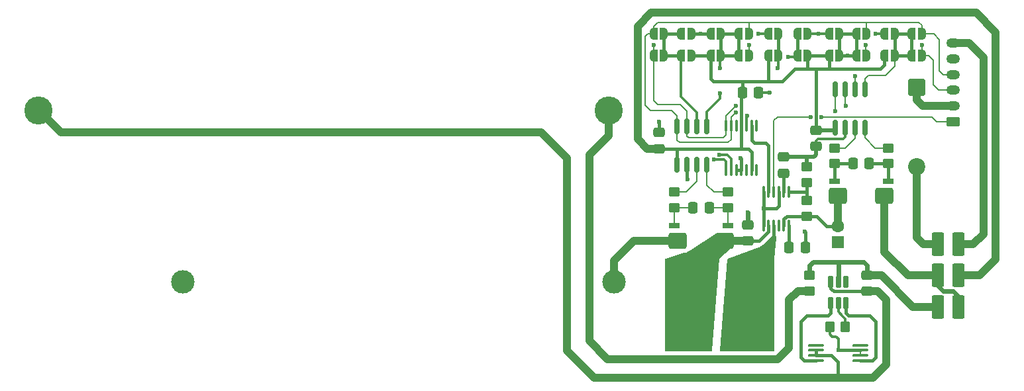
<source format=gbr>
%TF.GenerationSoftware,KiCad,Pcbnew,9.0.3*%
%TF.CreationDate,2025-08-05T15:46:52-07:00*%
%TF.ProjectId,Joule Thief,4a6f756c-6520-4546-9869-65662e6b6963,R1*%
%TF.SameCoordinates,Original*%
%TF.FileFunction,Copper,L1,Top*%
%TF.FilePolarity,Positive*%
%FSLAX46Y46*%
G04 Gerber Fmt 4.6, Leading zero omitted, Abs format (unit mm)*
G04 Created by KiCad (PCBNEW 9.0.3) date 2025-08-05 15:46:52*
%MOMM*%
%LPD*%
G01*
G04 APERTURE LIST*
G04 Aperture macros list*
%AMRoundRect*
0 Rectangle with rounded corners*
0 $1 Rounding radius*
0 $2 $3 $4 $5 $6 $7 $8 $9 X,Y pos of 4 corners*
0 Add a 4 corners polygon primitive as box body*
4,1,4,$2,$3,$4,$5,$6,$7,$8,$9,$2,$3,0*
0 Add four circle primitives for the rounded corners*
1,1,$1+$1,$2,$3*
1,1,$1+$1,$4,$5*
1,1,$1+$1,$6,$7*
1,1,$1+$1,$8,$9*
0 Add four rect primitives between the rounded corners*
20,1,$1+$1,$2,$3,$4,$5,0*
20,1,$1+$1,$4,$5,$6,$7,0*
20,1,$1+$1,$6,$7,$8,$9,0*
20,1,$1+$1,$8,$9,$2,$3,0*%
%AMFreePoly0*
4,1,23,0.500000,-0.750000,0.000000,-0.750000,0.000000,-0.745722,-0.065263,-0.745722,-0.191342,-0.711940,-0.304381,-0.646677,-0.396677,-0.554381,-0.461940,-0.441342,-0.495722,-0.315263,-0.495722,-0.250000,-0.500000,-0.250000,-0.500000,0.250000,-0.495722,0.250000,-0.495722,0.315263,-0.461940,0.441342,-0.396677,0.554381,-0.304381,0.646677,-0.191342,0.711940,-0.065263,0.745722,0.000000,0.745722,
0.000000,0.750000,0.500000,0.750000,0.500000,-0.750000,0.500000,-0.750000,$1*%
%AMFreePoly1*
4,1,23,0.000000,0.745722,0.065263,0.745722,0.191342,0.711940,0.304381,0.646677,0.396677,0.554381,0.461940,0.441342,0.495722,0.315263,0.495722,0.250000,0.500000,0.250000,0.500000,-0.250000,0.495722,-0.250000,0.495722,-0.315263,0.461940,-0.441342,0.396677,-0.554381,0.304381,-0.646677,0.191342,-0.711940,0.065263,-0.745722,0.000000,-0.745722,0.000000,-0.750000,-0.500000,-0.750000,
-0.500000,0.750000,0.000000,0.750000,0.000000,0.745722,0.000000,0.745722,$1*%
G04 Aperture macros list end*
%TA.AperFunction,SMDPad,CuDef*%
%ADD10RoundRect,0.100000X-0.900000X-0.100000X0.900000X-0.100000X0.900000X0.100000X-0.900000X0.100000X0*%
%TD*%
%TA.AperFunction,ComponentPad*%
%ADD11RoundRect,0.285714X0.514286X-1.214286X0.514286X1.214286X-0.514286X1.214286X-0.514286X-1.214286X0*%
%TD*%
%TA.AperFunction,SMDPad,CuDef*%
%ADD12RoundRect,0.243600X0.901400X0.771400X-0.901400X0.771400X-0.901400X-0.771400X0.901400X-0.771400X0*%
%TD*%
%TA.AperFunction,SMDPad,CuDef*%
%ADD13RoundRect,0.091200X0.608800X0.288800X-0.608800X0.288800X-0.608800X-0.288800X0.608800X-0.288800X0*%
%TD*%
%TA.AperFunction,SMDPad,CuDef*%
%ADD14RoundRect,0.190000X0.510000X0.190000X-0.510000X0.190000X-0.510000X-0.190000X0.510000X-0.190000X0*%
%TD*%
%TA.AperFunction,ComponentPad*%
%ADD15C,3.600000*%
%TD*%
%TA.AperFunction,SMDPad,CuDef*%
%ADD16RoundRect,0.525000X1.475000X-1.225000X1.475000X1.225000X-1.475000X1.225000X-1.475000X-1.225000X0*%
%TD*%
%TA.AperFunction,ComponentPad*%
%ADD17C,3.000000*%
%TD*%
%TA.AperFunction,SMDPad,CuDef*%
%ADD18RoundRect,0.250000X-0.450000X0.350000X-0.450000X-0.350000X0.450000X-0.350000X0.450000X0.350000X0*%
%TD*%
%TA.AperFunction,SMDPad,CuDef*%
%ADD19RoundRect,0.100000X-0.100000X0.637500X-0.100000X-0.637500X0.100000X-0.637500X0.100000X0.637500X0*%
%TD*%
%TA.AperFunction,SMDPad,CuDef*%
%ADD20RoundRect,0.100000X-0.100000X0.625000X-0.100000X-0.625000X0.100000X-0.625000X0.100000X0.625000X0*%
%TD*%
%TA.AperFunction,SMDPad,CuDef*%
%ADD21FreePoly0,180.000000*%
%TD*%
%TA.AperFunction,SMDPad,CuDef*%
%ADD22FreePoly1,180.000000*%
%TD*%
%TA.AperFunction,SMDPad,CuDef*%
%ADD23RoundRect,0.250000X0.450000X-0.350000X0.450000X0.350000X-0.450000X0.350000X-0.450000X-0.350000X0*%
%TD*%
%TA.AperFunction,SMDPad,CuDef*%
%ADD24RoundRect,0.150000X-0.150000X0.825000X-0.150000X-0.825000X0.150000X-0.825000X0.150000X0.825000X0*%
%TD*%
%TA.AperFunction,SMDPad,CuDef*%
%ADD25RoundRect,0.250000X-0.337500X-0.475000X0.337500X-0.475000X0.337500X0.475000X-0.337500X0.475000X0*%
%TD*%
%TA.AperFunction,SMDPad,CuDef*%
%ADD26RoundRect,0.250000X0.475000X-0.337500X0.475000X0.337500X-0.475000X0.337500X-0.475000X-0.337500X0*%
%TD*%
%TA.AperFunction,SMDPad,CuDef*%
%ADD27FreePoly0,0.000000*%
%TD*%
%TA.AperFunction,SMDPad,CuDef*%
%ADD28FreePoly1,0.000000*%
%TD*%
%TA.AperFunction,SMDPad,CuDef*%
%ADD29RoundRect,0.250000X-0.475000X0.337500X-0.475000X-0.337500X0.475000X-0.337500X0.475000X0.337500X0*%
%TD*%
%TA.AperFunction,ComponentPad*%
%ADD30RoundRect,0.250000X0.625000X-0.350000X0.625000X0.350000X-0.625000X0.350000X-0.625000X-0.350000X0*%
%TD*%
%TA.AperFunction,ComponentPad*%
%ADD31O,1.750000X1.200000*%
%TD*%
%TA.AperFunction,SMDPad,CuDef*%
%ADD32RoundRect,0.250000X-0.350000X-0.450000X0.350000X-0.450000X0.350000X0.450000X-0.350000X0.450000X0*%
%TD*%
%TA.AperFunction,SMDPad,CuDef*%
%ADD33RoundRect,0.250000X0.337500X0.475000X-0.337500X0.475000X-0.337500X-0.475000X0.337500X-0.475000X0*%
%TD*%
%TA.AperFunction,SMDPad,CuDef*%
%ADD34RoundRect,0.162500X0.162500X-0.617500X0.162500X0.617500X-0.162500X0.617500X-0.162500X-0.617500X0*%
%TD*%
%TA.AperFunction,ComponentPad*%
%ADD35RoundRect,0.250000X0.550000X-0.550000X0.550000X0.550000X-0.550000X0.550000X-0.550000X-0.550000X0*%
%TD*%
%TA.AperFunction,ComponentPad*%
%ADD36C,1.600000*%
%TD*%
%TA.AperFunction,ComponentPad*%
%ADD37RoundRect,0.249999X-0.850001X0.850001X-0.850001X-0.850001X0.850001X-0.850001X0.850001X0.850001X0*%
%TD*%
%TA.AperFunction,ComponentPad*%
%ADD38C,2.200000*%
%TD*%
%TA.AperFunction,ViaPad*%
%ADD39C,0.600000*%
%TD*%
%TA.AperFunction,Conductor*%
%ADD40C,0.300000*%
%TD*%
%TA.AperFunction,Conductor*%
%ADD41C,0.400000*%
%TD*%
%TA.AperFunction,Conductor*%
%ADD42C,0.500000*%
%TD*%
%TA.AperFunction,Conductor*%
%ADD43C,0.600000*%
%TD*%
%TA.AperFunction,Conductor*%
%ADD44C,0.200000*%
%TD*%
%TA.AperFunction,Conductor*%
%ADD45C,1.000000*%
%TD*%
G04 APERTURE END LIST*
D10*
%TO.P,U7,1,D12*%
%TO.N,unconnected-(U7-D12-Pad1)*%
X143950000Y-79040349D03*
%TO.P,U7,2,S1*%
%TO.N,BAT-*%
X143950000Y-79680349D03*
%TO.P,U7,3,S1*%
X143950000Y-80340349D03*
%TO.P,U7,4,G1*%
%TO.N,Net-(U5-OD)*%
X143950000Y-80980349D03*
%TO.P,U7,5,G2*%
%TO.N,Net-(U5-OC)*%
X149550000Y-80980349D03*
%TO.P,U7,6,S2*%
%TO.N,GND*%
X149550000Y-80340349D03*
%TO.P,U7,7,S2*%
X149550000Y-79680349D03*
%TO.P,U7,8,D12*%
%TO.N,unconnected-(U7-D12-Pad8)*%
X149550000Y-79040349D03*
%TD*%
D11*
%TO.P,SW1,1,A*%
%TO.N,Net-(SW1A-A)*%
X159500000Y-74100000D03*
%TO.P,SW1,2,B*%
%TO.N,VBOOST*%
X159500000Y-70100000D03*
%TO.P,SW1,3,C*%
%TO.N,Net-(D1-A)*%
X159500000Y-66100000D03*
%TO.P,SW1,4,A*%
%TO.N,VBOOST*%
X162100000Y-74100000D03*
%TO.P,SW1,5,B*%
%TO.N,VBUS*%
X162100000Y-70100000D03*
%TO.P,SW1,6,C*%
%TO.N,VCC*%
X162100000Y-66100000D03*
%TD*%
D12*
%TO.P,R6,1,1*%
%TO.N,VBOOST*%
X152674580Y-59925000D03*
D13*
%TO.P,R6,2,2*%
%TO.N,Net-(C8-Pad1)*%
X153119580Y-58020000D03*
D14*
%TO.P,R6,3,3*%
%TO.N,Net-(C8-Pad2)*%
X146259580Y-58020000D03*
D12*
%TO.P,R6,4,4*%
%TO.N,Net-(U2-VOUT)*%
X146704580Y-59925000D03*
%TD*%
%TO.P,R1,1,1*%
%TO.N,L_VIN*%
X132194826Y-65660000D03*
D13*
%TO.P,R1,2,2*%
%TO.N,Net-(C1-Pad1)*%
X132639826Y-63755000D03*
D14*
%TO.P,R1,3,3*%
%TO.N,Net-(C1-Pad2)*%
X125779826Y-63755000D03*
D12*
%TO.P,R1,4,4*%
%TO.N,ALK*%
X126224826Y-65660000D03*
%TD*%
D15*
%TO.P,LITH1,1,+*%
%TO.N,BAT+*%
X117419826Y-49000000D03*
%TO.P,LITH1,2,-*%
%TO.N,BAT-*%
X44519826Y-49000000D03*
%TD*%
D16*
%TO.P,L1,1,1*%
%TO.N,L_VIN*%
X126819826Y-74000000D03*
%TO.P,L1,2,2*%
%TO.N,L_SWITCH*%
X136319826Y-74000000D03*
%TD*%
D17*
%TO.P,BATT_1,1,+*%
%TO.N,ALK*%
X118069826Y-70900000D03*
%TO.P,BATT_1,2,-*%
%TO.N,GND*%
X63009826Y-70900000D03*
%TD*%
D18*
%TO.P,R7,1*%
%TO.N,Net-(U4-IN-)*%
X146258496Y-53792436D03*
%TO.P,R7,2*%
%TO.N,Net-(C8-Pad2)*%
X146258496Y-55792436D03*
%TD*%
D19*
%TO.P,U3,1,A*%
%TO.N,unconnected-(U3-A-Pad1)*%
X136319826Y-50900000D03*
%TO.P,U3,2,W*%
%TO.N,Net-(U2-MPPC)*%
X135669826Y-50900000D03*
%TO.P,U3,3,B*%
%TO.N,GND*%
X135019826Y-50900000D03*
%TO.P,U3,4,VDD*%
%TO.N,VBUS*%
X134369826Y-50900000D03*
%TO.P,U3,5,~{SHDN}*%
%TO.N,unconnected-(U3-~{SHDN}-Pad5)*%
X133719826Y-50900000D03*
%TO.P,U3,6,SCL*%
%TO.N,SCL*%
X133069826Y-50900000D03*
%TO.P,U3,7,SDA*%
%TO.N,SDA*%
X132419826Y-50900000D03*
%TO.P,U3,8,AD0*%
%TO.N,Net-(J10-A)*%
X132419826Y-56625000D03*
%TO.P,U3,9,AD1*%
%TO.N,Net-(J11-A)*%
X133069826Y-56625000D03*
%TO.P,U3,10,GND*%
%TO.N,GND*%
X133719826Y-56625000D03*
%TO.P,U3,11,VSS*%
X134369826Y-56625000D03*
%TO.P,U3,12,O2*%
%TO.N,unconnected-(U3-O2-Pad12)*%
X135019826Y-56625000D03*
%TO.P,U3,13,VLOG*%
%TO.N,VBUS*%
X135669826Y-56625000D03*
%TO.P,U3,14,O1*%
%TO.N,unconnected-(U3-O1-Pad14)*%
X136319826Y-56625000D03*
%TD*%
D20*
%TO.P,U2,1,FB*%
%TO.N,Net-(U2-FB)*%
X140453580Y-59401000D03*
%TO.P,U2,2,LDO*%
%TO.N,Net-(U2-LDO)*%
X139803580Y-59401000D03*
%TO.P,U2,3,FBLDO*%
%TO.N,GND*%
X139153580Y-59401000D03*
%TO.P,U2,4,~{SHDN}*%
%TO.N,SHDN*%
X138503580Y-59401000D03*
%TO.P,U2,5,MPPC*%
%TO.N,Net-(U2-MPPC)*%
X137853580Y-59401000D03*
%TO.P,U2,6,GND*%
%TO.N,GND*%
X137203580Y-59401000D03*
%TO.P,U2,7,GND*%
X137203580Y-63701000D03*
%TO.P,U2,8,VIN*%
%TO.N,L_VIN*%
X137853580Y-63701000D03*
%TO.P,U2,9,SWITCH*%
%TO.N,L_SWITCH*%
X138503580Y-63701000D03*
%TO.P,U2,10,~{PGOOD}*%
%TO.N,unconnected-(U2-~{PGOOD}-Pad10)*%
X139153580Y-63701000D03*
%TO.P,U2,11,VOUT*%
%TO.N,Net-(U2-VOUT)*%
X139803580Y-63701000D03*
%TO.P,U2,12,AUX*%
%TO.N,Net-(U2-AUX)*%
X140453580Y-63701000D03*
%TD*%
D21*
%TO.P,J10,1,A*%
%TO.N,Net-(J10-A)*%
X139119826Y-39200000D03*
D22*
%TO.P,J10,2,B*%
%TO.N,GND*%
X137819826Y-39200000D03*
%TD*%
D21*
%TO.P,J5,1,A*%
%TO.N,Net-(J5-A)*%
X131710710Y-39200000D03*
D22*
%TO.P,J5,2,B*%
%TO.N,GND*%
X130410710Y-39200000D03*
%TD*%
D18*
%TO.P,R9,1*%
%TO.N,Net-(SW1A-A)*%
X143065743Y-70110349D03*
%TO.P,R9,2*%
%TO.N,BAT+*%
X143065743Y-72110349D03*
%TD*%
D23*
%TO.P,R4,1*%
%TO.N,Net-(U2-VOUT)*%
X142704580Y-62525000D03*
%TO.P,R4,2*%
%TO.N,Net-(U2-FB)*%
X142704580Y-60525000D03*
%TD*%
D21*
%TO.P,J13,1,A*%
%TO.N,Net-(J13-A)*%
X146869826Y-39200000D03*
D22*
%TO.P,J13,2,B*%
%TO.N,GND*%
X145569826Y-39200000D03*
%TD*%
D24*
%TO.P,U4,1,A1*%
%TO.N,Net-(J17-A)*%
X150200000Y-46250000D03*
%TO.P,U4,2,A0*%
%TO.N,Net-(J13-A)*%
X148930000Y-46250000D03*
%TO.P,U4,3,SDA*%
%TO.N,SDA*%
X147660000Y-46250000D03*
%TO.P,U4,4,SCL*%
%TO.N,SCL*%
X146390000Y-46250000D03*
%TO.P,U4,5,VS*%
%TO.N,VBUS*%
X146390000Y-51200000D03*
%TO.P,U4,6,GND*%
%TO.N,GND*%
X147660000Y-51200000D03*
%TO.P,U4,7,IN-*%
%TO.N,Net-(U4-IN-)*%
X148930000Y-51200000D03*
%TO.P,U4,8,IN+*%
%TO.N,Net-(U4-IN+)*%
X150200000Y-51200000D03*
%TD*%
D21*
%TO.P,J6,1,A*%
%TO.N,Net-(J5-A)*%
X131710710Y-42000000D03*
D22*
%TO.P,J6,2,B*%
%TO.N,VBUS*%
X130410710Y-42000000D03*
%TD*%
D25*
%TO.P,C5,1*%
%TO.N,Net-(U2-AUX)*%
X140449882Y-66525000D03*
%TO.P,C5,2*%
%TO.N,GND*%
X142524882Y-66525000D03*
%TD*%
D26*
%TO.P,C10,1*%
%TO.N,BAT-*%
X150465743Y-72147849D03*
%TO.P,C10,2*%
%TO.N,Net-(SW1A-A)*%
X150465743Y-70072849D03*
%TD*%
D27*
%TO.P,J16,1,A*%
%TO.N,Net-(J13-A)*%
X149069826Y-42000000D03*
D28*
%TO.P,J16,2,B*%
%TO.N,SDA*%
X150369826Y-42000000D03*
%TD*%
D21*
%TO.P,J9,1,A*%
%TO.N,Net-(J10-A)*%
X139119826Y-42000000D03*
D22*
%TO.P,J9,2,B*%
%TO.N,VBUS*%
X137819826Y-42000000D03*
%TD*%
D21*
%TO.P,J4,1,A*%
%TO.N,Net-(J1-A)*%
X124450000Y-42000000D03*
D22*
%TO.P,J4,2,B*%
%TO.N,SDA*%
X123150000Y-42000000D03*
%TD*%
D27*
%TO.P,J8,1,A*%
%TO.N,Net-(J5-A)*%
X134019826Y-42000000D03*
D28*
%TO.P,J8,2,B*%
%TO.N,SDA*%
X135319826Y-42000000D03*
%TD*%
D29*
%TO.P,C9,1*%
%TO.N,VBUS*%
X143901125Y-51533089D03*
%TO.P,C9,2*%
%TO.N,GND*%
X143901125Y-53608089D03*
%TD*%
D18*
%TO.P,R8,1*%
%TO.N,Net-(U4-IN+)*%
X153118175Y-53787510D03*
%TO.P,R8,2*%
%TO.N,Net-(C8-Pad1)*%
X153118175Y-55787510D03*
%TD*%
D26*
%TO.P,C4,1*%
%TO.N,L_VIN*%
X135169826Y-65675000D03*
%TO.P,C4,2*%
%TO.N,GND*%
X135169826Y-63600000D03*
%TD*%
D21*
%TO.P,J14,1,A*%
%TO.N,Net-(J13-A)*%
X146869826Y-42000000D03*
D22*
%TO.P,J14,2,B*%
%TO.N,VBUS*%
X145569826Y-42000000D03*
%TD*%
D26*
%TO.P,C6,1*%
%TO.N,Net-(U2-LDO)*%
X139796709Y-57037500D03*
%TO.P,C6,2*%
%TO.N,GND*%
X139796709Y-54962500D03*
%TD*%
D21*
%TO.P,J18,1,A*%
%TO.N,Net-(J17-A)*%
X153969826Y-42000000D03*
D22*
%TO.P,J18,2,B*%
%TO.N,VBUS*%
X152669826Y-42000000D03*
%TD*%
D25*
%TO.P,C7,1*%
%TO.N,VBUS*%
X134494826Y-46700000D03*
%TO.P,C7,2*%
%TO.N,GND*%
X136569826Y-46700000D03*
%TD*%
D18*
%TO.P,R3,1*%
%TO.N,Net-(U1-IN+)*%
X132646915Y-59450000D03*
%TO.P,R3,2*%
%TO.N,Net-(C1-Pad1)*%
X132646915Y-61450000D03*
%TD*%
D21*
%TO.P,J3,1,A*%
%TO.N,Net-(J1-A)*%
X124450000Y-39200000D03*
D22*
%TO.P,J3,2,B*%
%TO.N,SCL*%
X123150000Y-39200000D03*
%TD*%
D30*
%TO.P,J_OUT1,1,Pin_1*%
%TO.N,SHDN*%
X161469826Y-50400000D03*
D31*
%TO.P,J_OUT1,2,Pin_2*%
%TO.N,VOUT*%
X161469826Y-48400000D03*
%TO.P,J_OUT1,3,Pin_3*%
%TO.N,SDA*%
X161469826Y-46400000D03*
%TO.P,J_OUT1,4,Pin_4*%
%TO.N,SCL*%
X161469826Y-44400000D03*
%TO.P,J_OUT1,5,Pin_5*%
%TO.N,GND*%
X161469826Y-42400000D03*
%TO.P,J_OUT1,6,Pin_6*%
%TO.N,VCC*%
X161469826Y-40400000D03*
%TD*%
D27*
%TO.P,J19,1,A*%
%TO.N,Net-(J17-A)*%
X156119826Y-39200000D03*
D28*
%TO.P,J19,2,B*%
%TO.N,SCL*%
X157419826Y-39200000D03*
%TD*%
D23*
%TO.P,R5,1*%
%TO.N,Net-(U2-FB)*%
X142704580Y-58225000D03*
%TO.P,R5,2*%
%TO.N,GND*%
X142704580Y-56225000D03*
%TD*%
D21*
%TO.P,J17,1,A*%
%TO.N,Net-(J17-A)*%
X153969826Y-39200000D03*
D22*
%TO.P,J17,2,B*%
%TO.N,GND*%
X152669826Y-39200000D03*
%TD*%
D27*
%TO.P,J1,1,A*%
%TO.N,Net-(J1-A)*%
X126676934Y-39200000D03*
D28*
%TO.P,J1,2,B*%
%TO.N,GND*%
X127976934Y-39200000D03*
%TD*%
D27*
%TO.P,J15,1,A*%
%TO.N,Net-(J13-A)*%
X149069826Y-39200000D03*
D28*
%TO.P,J15,2,B*%
%TO.N,SCL*%
X150369826Y-39200000D03*
%TD*%
D32*
%TO.P,R10,1*%
%TO.N,GND*%
X145665743Y-76710349D03*
%TO.P,R10,2*%
%TO.N,Net-(U5-CS)*%
X147665743Y-76710349D03*
%TD*%
D33*
%TO.P,C1,1*%
%TO.N,Net-(C1-Pad1)*%
X130247326Y-61450000D03*
%TO.P,C1,2*%
%TO.N,Net-(C1-Pad2)*%
X128172326Y-61450000D03*
%TD*%
D24*
%TO.P,U1,1,A1*%
%TO.N,Net-(J5-A)*%
X129974826Y-51025000D03*
%TO.P,U1,2,A0*%
%TO.N,Net-(J1-A)*%
X128704826Y-51025000D03*
%TO.P,U1,3,SDA*%
%TO.N,SDA*%
X127434826Y-51025000D03*
%TO.P,U1,4,SCL*%
%TO.N,SCL*%
X126164826Y-51025000D03*
%TO.P,U1,5,VS*%
%TO.N,VBUS*%
X126164826Y-55975000D03*
%TO.P,U1,6,GND*%
%TO.N,GND*%
X127434826Y-55975000D03*
%TO.P,U1,7,IN-*%
%TO.N,Net-(U1-IN-)*%
X128704826Y-55975000D03*
%TO.P,U1,8,IN+*%
%TO.N,Net-(U1-IN+)*%
X129974826Y-55975000D03*
%TD*%
D34*
%TO.P,U5,1,OD*%
%TO.N,Net-(U5-OD)*%
X145800000Y-73600000D03*
%TO.P,U5,2,CS*%
%TO.N,Net-(U5-CS)*%
X146750000Y-73600000D03*
%TO.P,U5,3,OC*%
%TO.N,Net-(U5-OC)*%
X147700000Y-73600000D03*
%TO.P,U5,4,TD*%
%TO.N,unconnected-(U5-TD-Pad4)*%
X147700000Y-70900000D03*
%TO.P,U5,5,VCC*%
%TO.N,Net-(SW1A-A)*%
X146750000Y-70900000D03*
%TO.P,U5,6,GND*%
%TO.N,BAT-*%
X145800000Y-70900000D03*
%TD*%
D26*
%TO.P,C2,1*%
%TO.N,VBUS*%
X123869826Y-53875000D03*
%TO.P,C2,2*%
%TO.N,GND*%
X123869826Y-51800000D03*
%TD*%
D35*
%TO.P,C3,1*%
%TO.N,GND*%
X146704580Y-65825000D03*
D36*
%TO.P,C3,2*%
%TO.N,Net-(U2-VOUT)*%
X146704580Y-63825000D03*
%TD*%
D18*
%TO.P,R2,1*%
%TO.N,Net-(U1-IN-)*%
X125784826Y-59450000D03*
%TO.P,R2,2*%
%TO.N,Net-(C1-Pad2)*%
X125784826Y-61450000D03*
%TD*%
D27*
%TO.P,J20,1,A*%
%TO.N,Net-(J17-A)*%
X156119826Y-42000000D03*
D28*
%TO.P,J20,2,B*%
%TO.N,SDA*%
X157419826Y-42000000D03*
%TD*%
D27*
%TO.P,J12,1,A*%
%TO.N,Net-(J11-A)*%
X141519826Y-39200000D03*
D28*
%TO.P,J12,2,B*%
%TO.N,GND*%
X142819826Y-39200000D03*
%TD*%
D27*
%TO.P,J7,1,A*%
%TO.N,Net-(J5-A)*%
X134019826Y-39200000D03*
D28*
%TO.P,J7,2,B*%
%TO.N,SCL*%
X135319826Y-39200000D03*
%TD*%
D27*
%TO.P,J11,1,A*%
%TO.N,Net-(J11-A)*%
X141519826Y-42000000D03*
D28*
%TO.P,J11,2,B*%
%TO.N,VBUS*%
X142819826Y-42000000D03*
%TD*%
D37*
%TO.P,D1,1,K*%
%TO.N,VOUT*%
X156769826Y-46020000D03*
D38*
%TO.P,D1,2,A*%
%TO.N,Net-(D1-A)*%
X156769826Y-56180000D03*
%TD*%
D33*
%TO.P,C8,1*%
%TO.N,Net-(C8-Pad1)*%
X150727080Y-55790000D03*
%TO.P,C8,2*%
%TO.N,Net-(C8-Pad2)*%
X148652080Y-55790000D03*
%TD*%
D27*
%TO.P,J2,1,A*%
%TO.N,Net-(J1-A)*%
X126676934Y-42000000D03*
D28*
%TO.P,J2,2,B*%
%TO.N,VBUS*%
X127976934Y-42000000D03*
%TD*%
D39*
%TO.N,GND*%
X138000000Y-46700000D03*
X146750000Y-79610349D03*
X127469826Y-57800000D03*
X135069826Y-49700000D03*
X144269826Y-39200000D03*
X136569826Y-39200000D03*
X134294826Y-55087500D03*
X135169826Y-62000000D03*
X142700000Y-54962500D03*
X129169826Y-39200000D03*
X151569826Y-39200000D03*
X123869826Y-50400000D03*
X142504580Y-64525000D03*
X137203580Y-61551000D03*
%TO.N,SDA*%
X150269826Y-40600000D03*
X123169826Y-40600000D03*
X133669826Y-48400000D03*
X135369826Y-40600000D03*
X147700000Y-48400000D03*
X157469826Y-40600000D03*
%TO.N,SHDN*%
X144601125Y-49800000D03*
X143200000Y-49800000D03*
%TO.N,SCL*%
X133669826Y-49248528D03*
X146400000Y-49100000D03*
%TO.N,Net-(J5-A)*%
X131669826Y-43600000D03*
X131669826Y-46800000D03*
%TO.N,Net-(J10-A)*%
X139010206Y-43550000D03*
X130869826Y-55300000D03*
%TO.N,Net-(J11-A)*%
X140369826Y-42100000D03*
X131519826Y-54650000D03*
%TO.N,Net-(J13-A)*%
X148900000Y-44600000D03*
X148000000Y-42000000D03*
%TD*%
D40*
%TO.N,GND*%
X146458418Y-77923485D02*
X145948200Y-77923485D01*
D41*
X134369826Y-56625000D02*
X133719826Y-56625000D01*
D40*
X147665000Y-51205000D02*
X147660000Y-51200000D01*
D42*
X143901125Y-53608089D02*
X143901125Y-54698875D01*
D43*
X135169826Y-63600000D02*
X135169826Y-62000000D01*
D42*
X143637500Y-54962500D02*
X142700000Y-54962500D01*
D41*
X129169826Y-39200000D02*
X129269826Y-39200000D01*
D44*
X149550000Y-80340349D02*
X149550000Y-79680349D01*
D42*
X142704580Y-56225000D02*
X142704580Y-54967080D01*
D40*
X136569826Y-46700000D02*
X138000000Y-46700000D01*
D41*
X137203580Y-59401000D02*
X137203580Y-61551000D01*
D40*
X137814485Y-39200000D02*
X136569826Y-39200000D01*
D42*
X142700000Y-54962500D02*
X139796709Y-54962500D01*
D41*
X138828580Y-61551000D02*
X139153580Y-61226000D01*
D42*
X143901125Y-54698875D02*
X143637500Y-54962500D01*
D44*
X146820000Y-79680349D02*
X146750000Y-79610349D01*
D40*
X146765743Y-78230810D02*
X146458418Y-77923485D01*
D41*
X129169826Y-39200000D02*
X127976934Y-39200000D01*
X123869826Y-51800000D02*
X123869826Y-50400000D01*
X134369826Y-56625000D02*
X134369826Y-55162500D01*
X149550000Y-79680349D02*
X146820000Y-79680349D01*
D40*
X142819826Y-39200000D02*
X144269826Y-39200000D01*
D41*
X127434826Y-57765000D02*
X127469826Y-57800000D01*
D40*
X147660000Y-51200000D02*
X147660000Y-52351836D01*
X135019826Y-49750000D02*
X135069826Y-49700000D01*
X145665743Y-77641028D02*
X145665743Y-76710349D01*
X152644826Y-39200000D02*
X151569826Y-39200000D01*
X147344401Y-52667435D02*
X144132565Y-52667435D01*
D41*
X127434826Y-55975000D02*
X127434826Y-57765000D01*
X142524882Y-66465374D02*
X142524882Y-64545302D01*
D40*
X145948200Y-77923485D02*
X145665743Y-77641028D01*
D41*
X137203580Y-61551000D02*
X138828580Y-61551000D01*
D40*
X144132565Y-52667435D02*
X143901125Y-52898875D01*
D41*
X139153580Y-61226000D02*
X139153580Y-59401000D01*
D40*
X146750000Y-79610349D02*
X146765743Y-79594606D01*
X146765743Y-79594606D02*
X146765743Y-78230810D01*
D41*
X142524882Y-64545302D02*
X142504580Y-64525000D01*
X130410710Y-39200000D02*
X129169826Y-39200000D01*
D40*
X135019826Y-50900000D02*
X135019826Y-49750000D01*
X143901125Y-52898875D02*
X143901125Y-53608089D01*
X144269826Y-39200000D02*
X145594826Y-39200000D01*
D41*
X134369826Y-55162500D02*
X134294826Y-55087500D01*
X137203580Y-61551000D02*
X137203580Y-63701000D01*
D40*
X147660000Y-52351836D02*
X147344401Y-52667435D01*
D42*
X142704580Y-54967080D02*
X142700000Y-54962500D01*
D45*
%TO.N,ALK*%
X118069826Y-68200000D02*
X118069826Y-70900000D01*
X120609826Y-65660000D02*
X118069826Y-68200000D01*
X126224826Y-65660000D02*
X120609826Y-65660000D01*
D44*
%TO.N,Net-(C1-Pad1)*%
X130247326Y-61450000D02*
X132646915Y-61450000D01*
X132639826Y-61595000D02*
X132639826Y-63755000D01*
%TO.N,Net-(C1-Pad2)*%
X128172326Y-61450000D02*
X125784826Y-61450000D01*
X125784826Y-61450000D02*
X125784826Y-63750000D01*
X125784826Y-63750000D02*
X125779826Y-63755000D01*
D41*
%TO.N,VBUS*%
X145594826Y-43694826D02*
X145600000Y-43700000D01*
X143900000Y-44000000D02*
X143901125Y-44001125D01*
D45*
X121094826Y-52625000D02*
X122344826Y-53875000D01*
D41*
X134369826Y-53800000D02*
X134294826Y-53875000D01*
X126164826Y-53880000D02*
X126169826Y-53875000D01*
X135669826Y-56625000D02*
X135669826Y-54300000D01*
X135244826Y-53875000D02*
X134294826Y-53875000D01*
D45*
X166869826Y-66500000D02*
X166869826Y-39000000D01*
D41*
X134494826Y-46700000D02*
X134494826Y-45425000D01*
X145600000Y-43700000D02*
X152100000Y-43700000D01*
D45*
X166869826Y-68030174D02*
X164800000Y-70100000D01*
D42*
X143901125Y-51533089D02*
X146393335Y-51533089D01*
D41*
X139600000Y-45300000D02*
X141200000Y-43700000D01*
X152100000Y-43700000D02*
X152644826Y-43155174D01*
X130769826Y-45300000D02*
X130410710Y-44940884D01*
D40*
X134494826Y-46700000D02*
X134369826Y-46825000D01*
D41*
X134367080Y-50897254D02*
X134369826Y-50900000D01*
X142800000Y-43700000D02*
X143900000Y-43700000D01*
X137819826Y-45250000D02*
X137869826Y-45300000D01*
X143900000Y-43700000D02*
X145600000Y-43700000D01*
X135669826Y-54300000D02*
X135244826Y-53875000D01*
X141200000Y-43700000D02*
X142800000Y-43700000D01*
X143900000Y-43700000D02*
X143900000Y-44000000D01*
D45*
X122344826Y-53875000D02*
X123869826Y-53875000D01*
D41*
X143901125Y-44001125D02*
X143901125Y-51533089D01*
X137819826Y-42000000D02*
X137819826Y-45250000D01*
X127976934Y-42000000D02*
X130410710Y-42000000D01*
X142819826Y-42000000D02*
X142819826Y-43680174D01*
D45*
X166869826Y-66500000D02*
X166869826Y-68030174D01*
D41*
X152644826Y-43155174D02*
X152644826Y-42000000D01*
X145594826Y-42000000D02*
X145594826Y-43694826D01*
X145594826Y-42000000D02*
X142819826Y-42000000D01*
X134294826Y-53875000D02*
X126169826Y-53875000D01*
X123869826Y-53875000D02*
X126169826Y-53875000D01*
D45*
X166869826Y-39000000D02*
X164369826Y-36500000D01*
D41*
X134369826Y-46825000D02*
X134369826Y-50900000D01*
X137869826Y-45300000D02*
X130769826Y-45300000D01*
D42*
X146393335Y-51533089D02*
X146395000Y-51534754D01*
D45*
X164369826Y-36500000D02*
X122869826Y-36500000D01*
D41*
X126164826Y-55975000D02*
X126164826Y-53880000D01*
X134369826Y-50900000D02*
X134369826Y-53800000D01*
D45*
X122869826Y-36500000D02*
X121094826Y-38275000D01*
X121094826Y-38275000D02*
X121094826Y-52625000D01*
D41*
X130410710Y-44940884D02*
X130410710Y-42000000D01*
D45*
X164800000Y-70100000D02*
X162100000Y-70100000D01*
D41*
X137869826Y-45300000D02*
X139600000Y-45300000D01*
X142819826Y-43680174D02*
X142800000Y-43700000D01*
%TO.N,Net-(U2-VOUT)*%
X145304580Y-63825000D02*
X146704580Y-63825000D01*
X142704580Y-62525000D02*
X144004580Y-62525000D01*
X142704580Y-62525000D02*
X140193288Y-62525000D01*
D45*
X146704580Y-59925000D02*
X146704580Y-63825000D01*
D41*
X144004580Y-62525000D02*
X145304580Y-63825000D01*
X139803580Y-62914708D02*
X139803580Y-63701000D01*
X140193288Y-62525000D02*
X139803580Y-62914708D01*
D45*
%TO.N,L_VIN*%
X126819826Y-71035000D02*
X132194826Y-65660000D01*
X132194826Y-65660000D02*
X135154826Y-65660000D01*
D41*
X135169826Y-65675000D02*
X136665872Y-65675000D01*
X136665872Y-65675000D02*
X137853580Y-64487292D01*
X137853844Y-63701264D02*
X137853580Y-63701000D01*
D45*
X135154826Y-65660000D02*
X135169826Y-65675000D01*
X126819826Y-74000000D02*
X126819826Y-71035000D01*
D41*
X137853580Y-64487292D02*
X137853580Y-63701000D01*
%TO.N,Net-(U2-AUX)*%
X140453580Y-63701000D02*
X140453580Y-66461676D01*
X140453580Y-66521302D02*
X140449882Y-66525000D01*
%TO.N,Net-(U2-LDO)*%
X139803580Y-59401000D02*
X139803580Y-57044371D01*
X139803580Y-57044371D02*
X139796709Y-57037500D01*
%TO.N,Net-(C8-Pad1)*%
X153118175Y-58018595D02*
X153119580Y-58020000D01*
X153118175Y-55787510D02*
X153118175Y-58018595D01*
X153115685Y-55790000D02*
X153118175Y-55787510D01*
X150727080Y-55790000D02*
X153115685Y-55790000D01*
%TO.N,Net-(C8-Pad2)*%
X146258496Y-55792436D02*
X146258496Y-58018916D01*
X146258496Y-55792436D02*
X148649644Y-55792436D01*
X146258496Y-58018916D02*
X146259580Y-58020000D01*
X148649644Y-55792436D02*
X148652080Y-55790000D01*
D44*
%TO.N,SDA*%
X161469826Y-46400000D02*
X159569826Y-46400000D01*
X127669826Y-52500000D02*
X127434826Y-52265000D01*
X150269826Y-40600000D02*
X150269826Y-41925000D01*
X127434826Y-52265000D02*
X127434826Y-51025000D01*
X158269826Y-42000000D02*
X157444826Y-42000000D01*
X132069826Y-52500000D02*
X127669826Y-52500000D01*
X123669826Y-48200000D02*
X126569826Y-48200000D01*
X126569826Y-48200000D02*
X127434826Y-49065000D01*
X147660000Y-48360000D02*
X147660000Y-46250000D01*
X150269826Y-41925000D02*
X150344826Y-42000000D01*
X135369826Y-40600000D02*
X135369826Y-41950000D01*
X132419826Y-49650000D02*
X133669826Y-48400000D01*
X132419826Y-50900000D02*
X132419826Y-49650000D01*
X127434826Y-49065000D02*
X127434826Y-51025000D01*
X123169545Y-47699719D02*
X123669826Y-48200000D01*
X158869826Y-44000000D02*
X158869826Y-42600000D01*
X123169545Y-42000000D02*
X123169545Y-40600281D01*
X158869826Y-45700000D02*
X158869826Y-44000000D01*
X157444826Y-42000000D02*
X157444826Y-40625000D01*
X158869826Y-42600000D02*
X158269826Y-42000000D01*
X157444826Y-40625000D02*
X157469826Y-40600000D01*
X147700000Y-48400000D02*
X147660000Y-48360000D01*
X159569826Y-46400000D02*
X158869826Y-45700000D01*
X132419826Y-50900000D02*
X132419826Y-52150000D01*
X123169545Y-42000000D02*
X123169545Y-47699719D01*
X123169545Y-40600281D02*
X123169826Y-40600000D01*
X135369826Y-41950000D02*
X135319826Y-42000000D01*
X132419826Y-52150000D02*
X132069826Y-52500000D01*
%TO.N,SHDN*%
X143200000Y-49800000D02*
X139000000Y-49800000D01*
X139000000Y-49800000D02*
X138503580Y-50296420D01*
X159300000Y-50400000D02*
X161469826Y-50400000D01*
X158700000Y-49800000D02*
X159300000Y-50400000D01*
X144601125Y-49800000D02*
X158700000Y-49800000D01*
X138503580Y-50296420D02*
X138503580Y-59401000D01*
%TO.N,SCL*%
X122069826Y-40400000D02*
X122069826Y-39500000D01*
X157444826Y-38075000D02*
X157444826Y-39200000D01*
X126164826Y-52795000D02*
X126469826Y-53100000D01*
X123669826Y-37700000D02*
X135369826Y-37700000D01*
X125769826Y-49300000D02*
X125469826Y-49000000D01*
X135369826Y-37700000D02*
X150269826Y-37700000D01*
X132669826Y-53100000D02*
X133069826Y-52700000D01*
X150344826Y-37775000D02*
X150269826Y-37700000D01*
X126164826Y-51025000D02*
X126164826Y-49695000D01*
X123169545Y-39200000D02*
X122369826Y-39200000D01*
X150344826Y-39200000D02*
X150344826Y-37775000D01*
X159669826Y-39900000D02*
X158969826Y-39200000D01*
X133069826Y-50900000D02*
X133069826Y-49848528D01*
X146390000Y-49090000D02*
X146390000Y-46250000D01*
X122769826Y-49000000D02*
X122069826Y-48300000D01*
X135319826Y-39200000D02*
X135319826Y-37750000D01*
X125469826Y-49000000D02*
X122769826Y-49000000D01*
X123169545Y-39200000D02*
X123169545Y-38200281D01*
X122369826Y-39200000D02*
X122069826Y-39500000D01*
X135319826Y-37750000D02*
X135369826Y-37700000D01*
X133069826Y-52700000D02*
X133069826Y-50900000D01*
X123169545Y-38200281D02*
X123669826Y-37700000D01*
X133069826Y-49848528D02*
X133669826Y-49248528D01*
X146400000Y-49100000D02*
X146390000Y-49090000D01*
X126469826Y-53100000D02*
X132669826Y-53100000D01*
X150269826Y-37700000D02*
X157069826Y-37700000D01*
X161469826Y-44400000D02*
X160169826Y-44400000D01*
X159669826Y-43900000D02*
X159669826Y-39900000D01*
X157069826Y-37700000D02*
X157444826Y-38075000D01*
X126164826Y-51025000D02*
X126164826Y-52795000D01*
X158969826Y-39200000D02*
X157444826Y-39200000D01*
X160169826Y-44400000D02*
X159669826Y-43900000D01*
X126164826Y-49695000D02*
X125769826Y-49300000D01*
X122069826Y-48300000D02*
X122069826Y-40400000D01*
D41*
%TO.N,L_SWITCH*%
X138503580Y-65096420D02*
X138503580Y-63701000D01*
X136319826Y-67280174D02*
X138503580Y-65096420D01*
X136319826Y-74000000D02*
X136319826Y-67280174D01*
D45*
%TO.N,BAT-*%
X115569826Y-83200000D02*
X112069826Y-79700000D01*
D41*
X146206456Y-72150000D02*
X148950000Y-72150000D01*
D45*
X152900000Y-73200000D02*
X152900000Y-81500000D01*
D41*
X145800000Y-70900000D02*
X145800000Y-71743544D01*
X148952151Y-72147849D02*
X150465743Y-72147849D01*
X145840349Y-80340349D02*
X146700000Y-81200000D01*
D45*
X45319826Y-49750000D02*
X45319826Y-49000000D01*
X112069826Y-55100000D02*
X108769826Y-51800000D01*
X146700000Y-83200000D02*
X141469826Y-83200000D01*
X150513592Y-72100000D02*
X151800000Y-72100000D01*
X108769826Y-51800000D02*
X47369826Y-51800000D01*
D41*
X146700000Y-81200000D02*
X146700000Y-83200000D01*
D45*
X150465743Y-72147849D02*
X150513592Y-72100000D01*
X151800000Y-72100000D02*
X152900000Y-73200000D01*
X152900000Y-81500000D02*
X151200000Y-83200000D01*
D41*
X143950000Y-80340349D02*
X145840349Y-80340349D01*
X143950000Y-80340349D02*
X143950000Y-79680349D01*
D45*
X151200000Y-83200000D02*
X146700000Y-83200000D01*
X141469826Y-83200000D02*
X115569826Y-83200000D01*
X47369826Y-51800000D02*
X45319826Y-49750000D01*
X112069826Y-79700000D02*
X112069826Y-55100000D01*
D41*
X145800000Y-71743544D02*
X146206456Y-72150000D01*
X148950000Y-72150000D02*
X148952151Y-72147849D01*
D45*
%TO.N,Net-(D1-A)*%
X159500000Y-66100000D02*
X157600000Y-66100000D01*
X157600000Y-66100000D02*
X156769826Y-65269826D01*
X156769826Y-65269826D02*
X156769826Y-56180000D01*
%TO.N,VOUT*%
X157569826Y-48400000D02*
X161469826Y-48400000D01*
X156769826Y-46020000D02*
X156769826Y-47600000D01*
X156769826Y-47600000D02*
X157569826Y-48400000D01*
D44*
%TO.N,Net-(U1-IN+)*%
X130884826Y-59450000D02*
X132646915Y-59450000D01*
X129974826Y-55975000D02*
X129974826Y-58540000D01*
X129974826Y-58540000D02*
X130884826Y-59450000D01*
%TO.N,Net-(U1-IN-)*%
X128704826Y-58030000D02*
X127284826Y-59450000D01*
X127284826Y-59450000D02*
X125784826Y-59450000D01*
X128704826Y-55975000D02*
X128704826Y-58030000D01*
D45*
%TO.N,VCC*%
X165300000Y-42230174D02*
X163469826Y-40400000D01*
X164000000Y-66100000D02*
X165300000Y-64800000D01*
X163469826Y-40400000D02*
X161469826Y-40400000D01*
X165300000Y-64800000D02*
X165300000Y-42230174D01*
X162100000Y-66100000D02*
X164000000Y-66100000D01*
D41*
%TO.N,Net-(U2-FB)*%
X142680580Y-59401000D02*
X142704580Y-59377000D01*
X142704580Y-59377000D02*
X142704580Y-58225000D01*
X142680580Y-59401000D02*
X142704580Y-59425000D01*
X140453580Y-59401000D02*
X142680580Y-59401000D01*
X142704580Y-59425000D02*
X142704580Y-60525000D01*
D44*
%TO.N,Net-(U4-IN+)*%
X150200000Y-52500000D02*
X151487510Y-53787510D01*
X150200000Y-51200000D02*
X150200000Y-52500000D01*
X151487510Y-53787510D02*
X153118175Y-53787510D01*
%TO.N,Net-(U4-IN-)*%
X148930000Y-51200000D02*
X148930000Y-52509335D01*
X148930000Y-52509335D02*
X147646899Y-53792436D01*
X147646899Y-53792436D02*
X146258496Y-53792436D01*
D40*
%TO.N,Net-(U5-CS)*%
X146750000Y-74731149D02*
X146750000Y-73600000D01*
X147331117Y-75310349D02*
X147329200Y-75310349D01*
X147329200Y-75310349D02*
X146750000Y-74731149D01*
X147665743Y-75644975D02*
X147331117Y-75310349D01*
X147665743Y-76710349D02*
X147665743Y-75644975D01*
D41*
%TO.N,Net-(J1-A)*%
X126676934Y-39200000D02*
X124469545Y-39200000D01*
X124469545Y-39200000D02*
X124469545Y-42000000D01*
D40*
X128704826Y-51025000D02*
X128704826Y-49235000D01*
X126676934Y-47207108D02*
X126676934Y-42000000D01*
X128704826Y-49235000D02*
X126676934Y-47207108D01*
D41*
X124469545Y-42000000D02*
X126676934Y-42000000D01*
D44*
X124486052Y-41991746D02*
X124469545Y-42008253D01*
D40*
%TO.N,Net-(J5-A)*%
X131669826Y-46800000D02*
X131669826Y-47500000D01*
D41*
X131710710Y-42000000D02*
X134019826Y-42000000D01*
D40*
X131669826Y-42040884D02*
X131710710Y-42000000D01*
D41*
X134019826Y-39200000D02*
X131710710Y-39200000D01*
X131710710Y-39200000D02*
X131710710Y-42000000D01*
D44*
X134014164Y-39197169D02*
X134019826Y-39202831D01*
D40*
X131669826Y-43600000D02*
X131669826Y-42040884D01*
X129974826Y-49195000D02*
X129974826Y-51025000D01*
X131669826Y-47500000D02*
X129974826Y-49195000D01*
D44*
X131716372Y-42002831D02*
X131710710Y-41997169D01*
D41*
X134019826Y-42000000D02*
X134019826Y-39200000D01*
D40*
%TO.N,Net-(J10-A)*%
X139069826Y-43490380D02*
X139069826Y-42050000D01*
X139010206Y-43550000D02*
X139069826Y-43490380D01*
X130869826Y-55300000D02*
X132169826Y-55300000D01*
X132419826Y-55550000D02*
X132419826Y-56625000D01*
X139069826Y-42050000D02*
X139119826Y-42000000D01*
X139114485Y-41997329D02*
X139119826Y-42002670D01*
X132169826Y-55300000D02*
X132419826Y-55550000D01*
D41*
X139114485Y-39286788D02*
X139114485Y-42044659D01*
D40*
%TO.N,Net-(J11-A)*%
X132569826Y-54700000D02*
X131569826Y-54700000D01*
X141419826Y-42100000D02*
X141519826Y-42000000D01*
X140369826Y-42100000D02*
X141419826Y-42100000D01*
D41*
X141519826Y-39300000D02*
X141519826Y-42050000D01*
D40*
X132569826Y-54700000D02*
X133069826Y-55200000D01*
X133069826Y-55200000D02*
X133069826Y-56625000D01*
X141519826Y-42050000D02*
X141519826Y-42000000D01*
X131569826Y-54700000D02*
X131519826Y-54650000D01*
D44*
%TO.N,Net-(J13-A)*%
X148930000Y-46250000D02*
X148930000Y-44630000D01*
D41*
X146869826Y-42000000D02*
X148000000Y-42000000D01*
X149069826Y-42000000D02*
X149069826Y-39200000D01*
D44*
X146969826Y-42050000D02*
X146869826Y-41950000D01*
D41*
X148000000Y-42000000D02*
X149069826Y-42000000D01*
X149069826Y-39200000D02*
X146869826Y-39200000D01*
X146869826Y-39200000D02*
X146869826Y-42000000D01*
D44*
X148930000Y-44630000D02*
X148900000Y-44600000D01*
%TO.N,Net-(J17-A)*%
X150600000Y-44500000D02*
X152800000Y-44500000D01*
D41*
X153969826Y-42000000D02*
X153969826Y-39200000D01*
D44*
X153969826Y-43330174D02*
X153969826Y-42000000D01*
D41*
X156119826Y-42000000D02*
X153969826Y-42000000D01*
D44*
X152800000Y-44500000D02*
X153969826Y-43330174D01*
X150200000Y-44900000D02*
X150600000Y-44500000D01*
D41*
X156119826Y-39200000D02*
X156119826Y-42000000D01*
D44*
X154069826Y-39150000D02*
X153969826Y-39250000D01*
D41*
X153969826Y-39200000D02*
X156119826Y-39200000D01*
D44*
X150200000Y-46250000D02*
X150200000Y-44900000D01*
D45*
%TO.N,BAT+*%
X117419826Y-52250000D02*
X117419826Y-49800000D01*
X117269826Y-80800000D02*
X114969826Y-78500000D01*
X114969826Y-78500000D02*
X114969826Y-54700000D01*
X117419826Y-49800000D02*
X118219826Y-49000000D01*
X141600000Y-72100000D02*
X140450000Y-73250000D01*
X140450000Y-73250000D02*
X140450000Y-79350000D01*
X141610349Y-72110349D02*
X141600000Y-72100000D01*
X139000000Y-80800000D02*
X117269826Y-80800000D01*
X140450000Y-79350000D02*
X139000000Y-80800000D01*
X143065743Y-72110349D02*
X141610349Y-72110349D01*
X114969826Y-54700000D02*
X117419826Y-52250000D01*
%TO.N,VBOOST*%
X152674580Y-67074580D02*
X155700000Y-70100000D01*
D43*
X162100000Y-72800000D02*
X161400000Y-72100000D01*
D45*
X155700000Y-70100000D02*
X159500000Y-70100000D01*
X152674580Y-59925000D02*
X152674580Y-67074580D01*
D43*
X159500000Y-71400000D02*
X159500000Y-70100000D01*
X160200000Y-72100000D02*
X159500000Y-71400000D01*
X162100000Y-74100000D02*
X162100000Y-72800000D01*
X161400000Y-72100000D02*
X160200000Y-72100000D01*
D41*
%TO.N,Net-(U2-MPPC)*%
X137853580Y-53474000D02*
X137504580Y-53125000D01*
X137504580Y-53125000D02*
X136019826Y-53125000D01*
X135669826Y-52775000D02*
X135669826Y-50900000D01*
X136019826Y-53125000D02*
X135669826Y-52775000D01*
X137853580Y-59401000D02*
X137853580Y-53474000D01*
%TO.N,Net-(U5-OC)*%
X151500000Y-80600000D02*
X151500000Y-76000000D01*
X147700000Y-74900000D02*
X147700000Y-73600000D01*
X149550000Y-80980349D02*
X151119651Y-80980349D01*
X150750000Y-75250000D02*
X149150000Y-75250000D01*
X151119651Y-80980349D02*
X151500000Y-80600000D01*
X148050000Y-75250000D02*
X147700000Y-74900000D01*
X149150000Y-75250000D02*
X148050000Y-75250000D01*
X151500000Y-76000000D02*
X150750000Y-75250000D01*
%TO.N,Net-(U5-OD)*%
X142380349Y-80980349D02*
X142000000Y-80600000D01*
X145450000Y-75250000D02*
X145800000Y-74900000D01*
X142000000Y-80600000D02*
X142000000Y-76000000D01*
X143950000Y-80980349D02*
X142380349Y-80980349D01*
X145800000Y-74900000D02*
X145800000Y-73600000D01*
X142750000Y-75250000D02*
X145450000Y-75250000D01*
X142000000Y-76000000D02*
X142750000Y-75250000D01*
%TO.N,Net-(SW1A-A)*%
X150504335Y-70034257D02*
X150465743Y-70072849D01*
D43*
X150050000Y-68350000D02*
X150465743Y-68765743D01*
X143065743Y-70110349D02*
X143065743Y-68834257D01*
X143065743Y-68834257D02*
X143550000Y-68350000D01*
X146750000Y-70900000D02*
X146750000Y-68350000D01*
X146050000Y-68350000D02*
X146750000Y-68350000D01*
D45*
X156300000Y-74100000D02*
X152272849Y-70072849D01*
X159500000Y-74100000D02*
X156300000Y-74100000D01*
D43*
X150465743Y-68765743D02*
X150465743Y-70072849D01*
X146750000Y-68350000D02*
X150050000Y-68350000D01*
D45*
X152272849Y-70072849D02*
X150465743Y-70072849D01*
D43*
X143550000Y-68350000D02*
X146050000Y-68350000D01*
%TD*%
%TA.AperFunction,Conductor*%
%TO.N,L_SWITCH*%
G36*
X138656692Y-64778406D02*
G01*
X138658746Y-64779947D01*
X138709775Y-64819103D01*
X138734015Y-64837703D01*
X138775218Y-64894131D01*
X138782389Y-64930181D01*
X138799608Y-65291775D01*
X138799300Y-65308206D01*
X138569826Y-67999999D01*
X138569826Y-79675500D01*
X138550141Y-79742539D01*
X138497337Y-79788294D01*
X138445826Y-79799500D01*
X131722140Y-79799500D01*
X131655101Y-79779815D01*
X131609346Y-79727011D01*
X131598594Y-79664894D01*
X132593342Y-68077554D01*
X132618688Y-68012447D01*
X132672741Y-67972289D01*
X136800000Y-66400000D01*
X136821278Y-66378721D01*
X136865190Y-66352404D01*
X136864572Y-66350911D01*
X136870200Y-66348580D01*
X136997683Y-66295775D01*
X137112415Y-66219114D01*
X138397694Y-64933835D01*
X138474355Y-64819103D01*
X138474355Y-64819101D01*
X138477739Y-64814038D01*
X138478917Y-64814825D01*
X138522873Y-64770060D01*
X138591008Y-64754586D01*
X138656692Y-64778406D01*
G37*
%TD.AperFunction*%
%TD*%
%TA.AperFunction,Conductor*%
%TO.N,L_VIN*%
G36*
X131253918Y-64751174D02*
G01*
X131271588Y-64764429D01*
X132124251Y-65531826D01*
X133098718Y-66408847D01*
X133135379Y-66468325D01*
X133134065Y-66538182D01*
X133099728Y-66592264D01*
X131569826Y-67999999D01*
X130605920Y-79685694D01*
X130580791Y-79750888D01*
X130524405Y-79792147D01*
X130482340Y-79799500D01*
X124693826Y-79799500D01*
X124626787Y-79779815D01*
X124581032Y-79727011D01*
X124569826Y-79675500D01*
X124569826Y-68089630D01*
X124589511Y-68022591D01*
X124642315Y-67976836D01*
X124654922Y-67971891D01*
X127047000Y-67181756D01*
X127085892Y-67175500D01*
X127175809Y-67175500D01*
X127175814Y-67175500D01*
X127277721Y-67165089D01*
X127442837Y-67110375D01*
X127590885Y-67019058D01*
X127595374Y-67014568D01*
X127644163Y-66984506D01*
X127900000Y-66900000D01*
X131119860Y-64753426D01*
X131186557Y-64732619D01*
X131253918Y-64751174D01*
G37*
%TD.AperFunction*%
%TD*%
M02*

</source>
